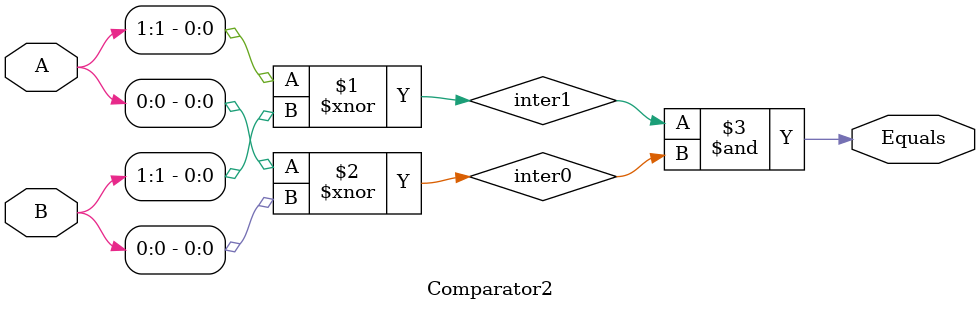
<source format=v>
  	                                            		
module Comparator2(A, B, Equals);   		
    input[1:0] A, B;
    output Equals;

    //reg Equals;
    
    wire inter1, inter0;
    
    assign inter1 = (A[1] ~^ B[1]);
    assign inter0 = (A[0] ~^ B[0]);

    assign Equals = inter1 & inter0;


endmodule // Comparator2 




    
</source>
